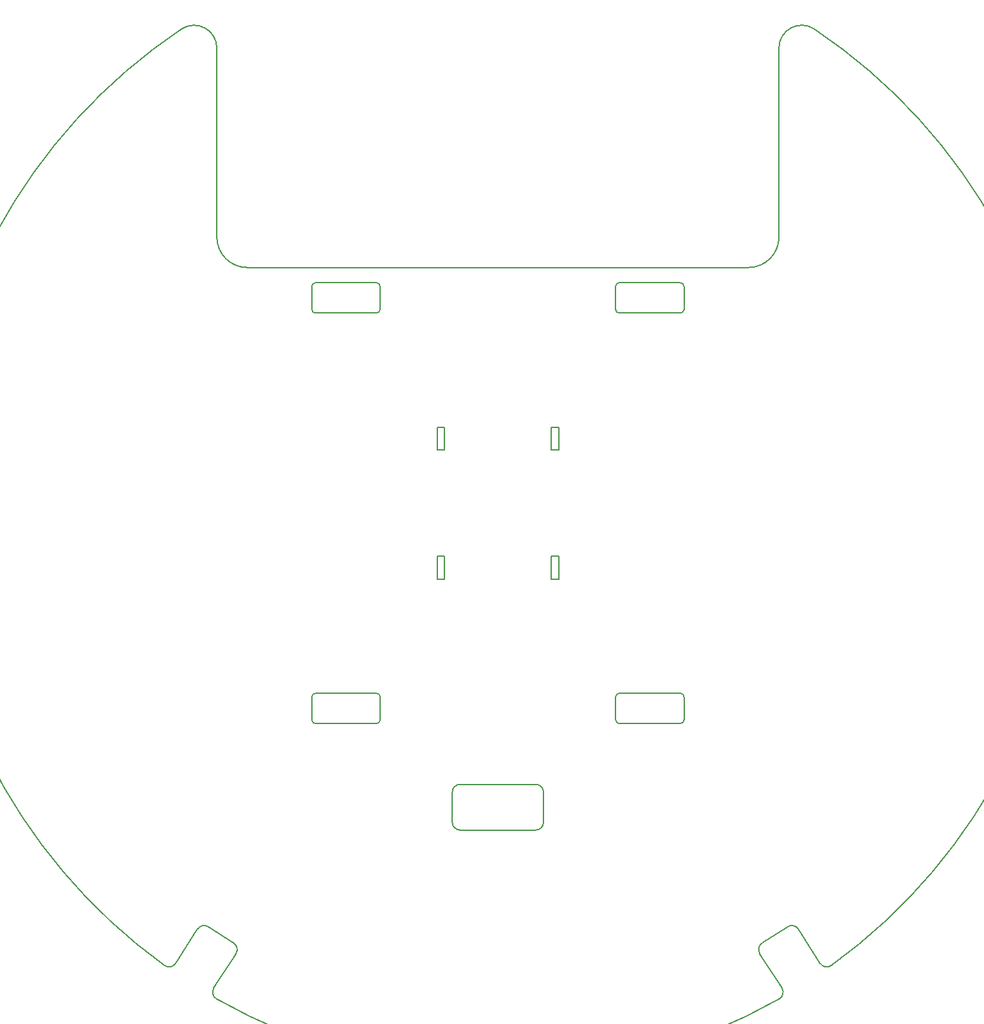
<source format=gm1>
%TF.GenerationSoftware,KiCad,Pcbnew,7.0.9*%
%TF.CreationDate,2023-12-19T12:29:39+08:00*%
%TF.ProjectId,layer3,6c617965-7233-42e6-9b69-6361645f7063,rev?*%
%TF.SameCoordinates,Original*%
%TF.FileFunction,Profile,NP*%
%FSLAX46Y46*%
G04 Gerber Fmt 4.6, Leading zero omitted, Abs format (unit mm)*
G04 Created by KiCad (PCBNEW 7.0.9) date 2023-12-19 12:29:39*
%MOMM*%
%LPD*%
G01*
G04 APERTURE LIST*
%TA.AperFunction,Profile*%
%ADD10C,0.200000*%
%TD*%
G04 APERTURE END LIST*
D10*
X89000000Y-130000000D02*
X81000000Y-130000000D01*
X129500000Y-133500000D02*
X129500000Y-130500000D01*
X112000000Y-112000000D02*
X113000000Y-112000000D01*
X110000000Y-142000000D02*
X100000000Y-142000000D01*
X113000000Y-112000000D02*
X113000000Y-115000000D01*
X67952743Y-170211201D02*
G75*
G03*
X142047257Y-170211201I37047257J65211200D01*
G01*
X62556131Y-165560036D02*
X65469006Y-161022768D01*
X144531011Y-161022757D02*
G75*
G03*
X143149243Y-160721497I-841511J-540243D01*
G01*
X112000000Y-98000000D02*
X112000000Y-95000000D01*
X70518025Y-164264181D02*
G75*
G03*
X70216800Y-162882458I-841325J540281D01*
G01*
X138000000Y-74000000D02*
X72000000Y-74000000D01*
X89500000Y-79500000D02*
X89500000Y-76500000D01*
X112000000Y-95000000D02*
X113000000Y-95000000D01*
X89500000Y-76500000D02*
G75*
G03*
X89000000Y-76000000I-500000J0D01*
G01*
X100000000Y-148000000D02*
X110000000Y-148000000D01*
X121000000Y-76000000D02*
X129000000Y-76000000D01*
X112000000Y-115000000D02*
X112000000Y-112000000D01*
X81000000Y-134000000D02*
X89000000Y-134000000D01*
X67605173Y-168801463D02*
G75*
G03*
X67952743Y-170211200I841527J-540237D01*
G01*
X148870317Y-165830873D02*
G75*
G03*
X146666667Y-42639045I-43870317J60830873D01*
G01*
X138000000Y-74000000D02*
G75*
G03*
X142000000Y-70000000I0J4000000D01*
G01*
X97000000Y-115000000D02*
X97000000Y-112000000D01*
X80500000Y-133500000D02*
G75*
G03*
X81000000Y-134000000I500000J0D01*
G01*
X121000000Y-130000000D02*
G75*
G03*
X120500000Y-130500000I0J-500000D01*
G01*
X120500000Y-79500000D02*
X120500000Y-76500000D01*
X68000014Y-45133482D02*
G75*
G03*
X63333334Y-42639045I-3000014J-18D01*
G01*
X129000000Y-80000000D02*
X121000000Y-80000000D01*
X97000000Y-112000000D02*
X98000000Y-112000000D01*
X100000000Y-142000000D02*
G75*
G03*
X99000000Y-143000000I0J-1000000D01*
G01*
X142394804Y-168801478D02*
X139481930Y-164264210D01*
X129500000Y-76500000D02*
G75*
G03*
X129000000Y-76000000I-500000J0D01*
G01*
X147443872Y-165560034D02*
G75*
G03*
X148870317Y-165830874I841528J540334D01*
G01*
X68000000Y-70000000D02*
X68000000Y-45133482D01*
X98000000Y-115000000D02*
X97000000Y-115000000D01*
X129000000Y-134000000D02*
G75*
G03*
X129500000Y-133500000I0J500000D01*
G01*
X89000000Y-134000000D02*
G75*
G03*
X89500000Y-133500000I0J500000D01*
G01*
X89500000Y-133500000D02*
X89500000Y-130500000D01*
X129500000Y-76500000D02*
X129500000Y-79500000D01*
X98000000Y-98000000D02*
X97000000Y-98000000D01*
X144530994Y-161022768D02*
X147443869Y-165560036D01*
X110000000Y-148000000D02*
G75*
G03*
X111000000Y-147000000I0J1000000D01*
G01*
X113000000Y-115000000D02*
X112000000Y-115000000D01*
X121000000Y-134000000D02*
X129000000Y-134000000D01*
X80500000Y-79500000D02*
G75*
G03*
X81000000Y-80000000I500000J0D01*
G01*
X120500000Y-79500000D02*
G75*
G03*
X121000000Y-80000000I500000J0D01*
G01*
X129000000Y-80000000D02*
G75*
G03*
X129500000Y-79500000I0J500000D01*
G01*
X129500000Y-130500000D02*
G75*
G03*
X129000000Y-130000000I-500000J0D01*
G01*
X66850745Y-160721515D02*
G75*
G03*
X65469006Y-161022768I-540245J-841485D01*
G01*
X98000000Y-95000000D02*
X98000000Y-98000000D01*
X70518070Y-164264210D02*
X67605196Y-168801478D01*
X97000000Y-95000000D02*
X98000000Y-95000000D01*
X80500000Y-76500000D02*
X80500000Y-79500000D01*
X142000000Y-45133482D02*
X142000000Y-70000000D01*
X89000000Y-76000000D02*
X81000000Y-76000000D01*
X139783214Y-162882479D02*
G75*
G03*
X139481930Y-164264210I540286J-841521D01*
G01*
X113000000Y-98000000D02*
X112000000Y-98000000D01*
X111000000Y-143000000D02*
G75*
G03*
X110000000Y-142000000I-1000000J0D01*
G01*
X89000000Y-80000000D02*
G75*
G03*
X89500000Y-79500000I0J500000D01*
G01*
X63333333Y-42639045D02*
G75*
G03*
X61129683Y-165830873I41666667J-62360955D01*
G01*
X113000000Y-95000000D02*
X113000000Y-98000000D01*
X81000000Y-80000000D02*
X89000000Y-80000000D01*
X89500000Y-130500000D02*
G75*
G03*
X89000000Y-130000000I-500000J0D01*
G01*
X139783200Y-162882458D02*
X143149243Y-160721497D01*
X142047243Y-170211176D02*
G75*
G03*
X142394804Y-168801478I-493943J869476D01*
G01*
X111000000Y-147000000D02*
X111000000Y-143000000D01*
X99000000Y-143000000D02*
X99000000Y-147000000D01*
X80500000Y-130500000D02*
X80500000Y-133500000D01*
X61129666Y-165830898D02*
G75*
G03*
X62556130Y-165560036I584934J811098D01*
G01*
X146666659Y-42639056D02*
G75*
G03*
X142000000Y-45133482I-1666659J-2494444D01*
G01*
X121000000Y-76000000D02*
G75*
G03*
X120500000Y-76500000I0J-500000D01*
G01*
X99000000Y-147000000D02*
G75*
G03*
X100000000Y-148000000I1000000J0D01*
G01*
X81000000Y-130000000D02*
G75*
G03*
X80500000Y-130500000I0J-500000D01*
G01*
X66850757Y-160721497D02*
X70216800Y-162882458D01*
X120500000Y-130500000D02*
X120500000Y-133500000D01*
X68000000Y-70000000D02*
G75*
G03*
X72000000Y-74000000I4000000J0D01*
G01*
X98000000Y-112000000D02*
X98000000Y-115000000D01*
X129000000Y-130000000D02*
X121000000Y-130000000D01*
X97000000Y-98000000D02*
X97000000Y-95000000D01*
X81000000Y-76000000D02*
G75*
G03*
X80500000Y-76500000I0J-500000D01*
G01*
X120500000Y-133500000D02*
G75*
G03*
X121000000Y-134000000I500000J0D01*
G01*
M02*

</source>
